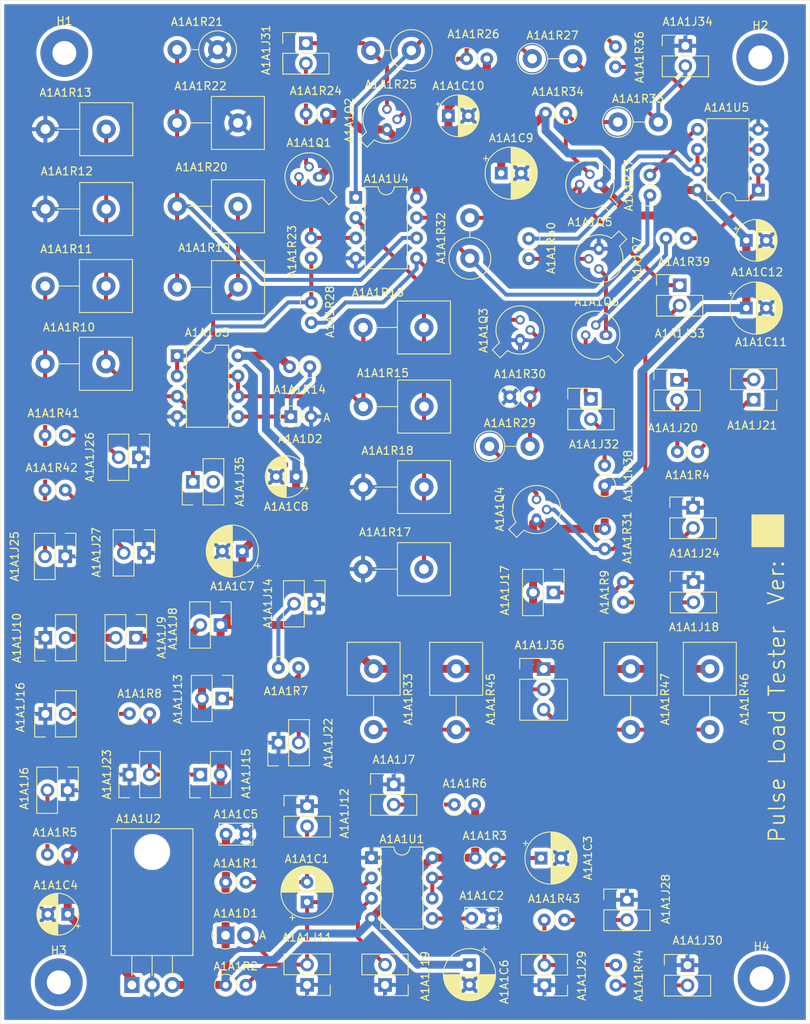
<source format=kicad_pcb>
(kicad_pcb
	(version 20240108)
	(generator "pcbnew")
	(generator_version "8.0")
	(general
		(thickness 1.6)
		(legacy_teardrops no)
	)
	(paper "A4")
	(layers
		(0 "F.Cu" signal)
		(31 "B.Cu" signal)
		(32 "B.Adhes" user "B.Adhesive")
		(33 "F.Adhes" user "F.Adhesive")
		(34 "B.Paste" user)
		(35 "F.Paste" user)
		(36 "B.SilkS" user "B.Silkscreen")
		(37 "F.SilkS" user "F.Silkscreen")
		(38 "B.Mask" user)
		(39 "F.Mask" user)
		(40 "Dwgs.User" user "User.Drawings")
		(41 "Cmts.User" user "User.Comments")
		(42 "Eco1.User" user "User.Eco1")
		(43 "Eco2.User" user "User.Eco2")
		(44 "Edge.Cuts" user)
		(45 "Margin" user)
		(46 "B.CrtYd" user "B.Courtyard")
		(47 "F.CrtYd" user "F.Courtyard")
		(48 "B.Fab" user)
		(49 "F.Fab" user)
		(50 "User.1" user)
		(51 "User.2" user)
		(52 "User.3" user)
		(53 "User.4" user)
		(54 "User.5" user)
		(55 "User.6" user)
		(56 "User.7" user)
		(57 "User.8" user)
		(58 "User.9" user)
	)
	(setup
		(pad_to_mask_clearance 0)
		(allow_soldermask_bridges_in_footprints no)
		(aux_axis_origin 42.672 157.988)
		(pcbplotparams
			(layerselection 0x00010fc_ffffffff)
			(plot_on_all_layers_selection 0x00010fc_80000000)
			(disableapertmacros no)
			(usegerberextensions no)
			(usegerberattributes yes)
			(usegerberadvancedattributes yes)
			(creategerberjobfile yes)
			(dashed_line_dash_ratio 12.000000)
			(dashed_line_gap_ratio 3.000000)
			(svgprecision 4)
			(plotframeref no)
			(viasonmask no)
			(mode 1)
			(useauxorigin no)
			(hpglpennumber 1)
			(hpglpenspeed 20)
			(hpglpendiameter 15.000000)
			(pdf_front_fp_property_popups yes)
			(pdf_back_fp_property_popups yes)
			(dxfpolygonmode yes)
			(dxfimperialunits yes)
			(dxfusepcbnewfont yes)
			(psnegative no)
			(psa4output no)
			(plotreference yes)
			(plotvalue yes)
			(plotfptext yes)
			(plotinvisibletext no)
			(sketchpadsonfab no)
			(subtractmaskfromsilk no)
			(outputformat 4)
			(mirror no)
			(drillshape 0)
			(scaleselection 1)
			(outputdirectory "")
		)
	)
	(net 0 "")
	(net 1 "+28")
	(net 2 "+15V")
	(net 3 "Net-(A1A1J12-Pin_2)")
	(net 4 "Net-(A1A1D1-A)")
	(net 5 "Net-(A1A1U1-CV)")
	(net 6 "GND")
	(net 7 "Net-(A1A1U1-DIS)")
	(net 8 "Net-(A1A1J6-Pin_2)")
	(net 9 "Net-(A1A1Q1-C)")
	(net 10 "Net-(A1A1Q2-B)")
	(net 11 "Net-(A1A1J7-Pin_2)")
	(net 12 "Net-(A1A1Q3-C)")
	(net 13 "Net-(A1A1Q3-B)")
	(net 14 "Net-(A1A1Q4-C)")
	(net 15 "Net-(A1A1J8-Pin_2)")
	(net 16 "Net-(A1A1J10-Pin_2)")
	(net 17 "Net-(A1A1Q5-B)")
	(net 18 "Net-(A1A1Q6-E)")
	(net 19 "Net-(A1A1J13-Pin_1)")
	(net 20 "Net-(A1A1Q6-B)")
	(net 21 "Net-(A1A1J14-Pin_2)")
	(net 22 "Net-(A1A1Q7-B)")
	(net 23 "Net-(A1A1J15-Pin_1)")
	(net 24 "Net-(A1A1J16-Pin_2)")
	(net 25 "Net-(A1A1J17-Pin_1)")
	(net 26 "Net-(A1A1J18-Pin_2)")
	(net 27 "Net-(A1A1J19-Pin_2)")
	(net 28 "Net-(A1A1J20-Pin_2)")
	(net 29 "Net-(A1A1J20-Pin_1)")
	(net 30 "Net-(A1A1J21-Pin_1)")
	(net 31 "Net-(A1A1J25-Pin_2)")
	(net 32 "Net-(A1A1U5B-+)")
	(net 33 "Net-(A1A1U3A--)")
	(net 34 "Net-(A1A1R25-Pad1)")
	(net 35 "Net-(A1A1J26-Pin_2)")
	(net 36 "Net-(A1A1U5B--)")
	(net 37 "Net-(A1A1U5A-+)")
	(net 38 "Net-(A1A1J27-Pin_2)")
	(net 39 "25V Reference")
	(net 40 "Net-(A1A1U4B--)")
	(net 41 "Net-(A1A1U5A--)")
	(net 42 "Net-(A1A1J28-Pin_2)")
	(net 43 "Net-(A1A1J29-Pin_2)")
	(net 44 "Net-(A1A1J30-Pin_2)")
	(net 45 "Net-(A1A1J31-Pin_1)")
	(net 46 "Net-(A1A1J31-Pin_2)")
	(net 47 "Net-(A1A1D2-K)")
	(net 48 "Net-(A1A1U4A--)")
	(net 49 "Net-(A1A1J32-Pin_1)")
	(net 50 "Net-(A1A1J32-Pin_2)")
	(net 51 "Net-(A1A1J33-Pin_2)")
	(net 52 "Net-(A1A1J33-Pin_1)")
	(net 53 "Net-(A1A1J34-Pin_2)")
	(net 54 "Net-(A1A1R32-Pad1)")
	(net 55 "Net-(A1A1J35-Pin_1)")
	(net 56 "unconnected-(A1A1J35-Pin_2-Pad2)")
	(net 57 "Net-(A1A1J36-Pin_2)")
	(net 58 "Net-(A1A1J36-Pin_3)")
	(footprint "Resistor_THT:R_Axial_DIN0207_L6.3mm_D2.5mm_P2.54mm_Vertical" (layer "F.Cu") (at 139.9016 28.1687))
	(footprint "Connector_2pin 2.54mm HWS4548:PinHeader_1x02_P2.54mm_Vertical" (layer "F.Cu") (at 87.118 110.2619 90))
	(footprint "Connector_2pin 2.54mm HWS4548:PinHeader_1x02_P2.54mm_Vertical" (layer "F.Cu") (at 166.278052 68.400075))
	(footprint "Package_TO_SOT_THT:TO-18-3" (layer "F.Cu") (at 156.4792 51.9776 -90))
	(footprint "Connector_2pin 2.54mm HWS4548:PinHeader_1x02_P2.54mm_Vertical" (layer "F.Cu") (at 109.2859 108.3355 -90))
	(footprint "MountingHole:MountingHole_3mm_Pad" (layer "F.Cu") (at 176.87 143.4))
	(footprint "Connector_2pin 2.54mm HWS4548:PinHeader_1x03_P2.54mm_Vertical" (layer "F.Cu") (at 149.5624 104.6487))
	(footprint "Resistor_THT:R_Axial_Power_L20.0mm_W6.4mm_P7.62mm_Vertical" (layer "F.Cu") (at 111.2679 56.7867 180))
	(footprint "Connector_2pin 2.54mm HWS4548:PinHeader_1x02_P2.54mm_Vertical" (layer "F.Cu") (at 109.0718 99.123 -90))
	(footprint "Resistor_THT:R_Axial_DIN0516_L15.5mm_D5.0mm_P5.08mm_Vertical" (layer "F.Cu") (at 132.9789 27.1414 180))
	(footprint "Resistor_THT:R_Axial_DIN0207_L6.3mm_D2.5mm_P2.54mm_Vertical" (layer "F.Cu") (at 116.3214 104.4573))
	(footprint "Resistor_THT:R_Axial_DIN0207_L6.3mm_D2.5mm_P2.54mm_Vertical" (layer "F.Cu") (at 152.3358 34.9822 180))
	(footprint "Resistor_THT:R_Axial_DIN0207_L6.3mm_D2.5mm_P2.54mm_Vertical" (layer "F.Cu") (at 168.849452 77.415975 180))
	(footprint "MountingHole:MountingHole_3mm_Pad" (layer "F.Cu") (at 89.5 27.45))
	(footprint "Capacitor_THT:CP_Radial_D6.3mm_P2.50mm" (layer "F.Cu") (at 174.9554 59.4112))
	(footprint "Resistor_THT:R_Axial_Power_L20.0mm_W6.4mm_P7.62mm_Vertical" (layer "F.Cu") (at 160.4534 104.6166 -90))
	(footprint "Capacitor_THT:CP_Radial_D6.3mm_P2.50mm" (layer "F.Cu") (at 140.2668 141.6877 -90))
	(footprint "Resistor_THT:R_Axial_Power_L20.0mm_W6.4mm_P7.62mm_Vertical" (layer "F.Cu") (at 94.747 36.9994 180))
	(footprint "Resistor_THT:R_Axial_Power_L20.0mm_W6.4mm_P7.62mm_Vertical" (layer "F.Cu") (at 111.2471 36.2131 180))
	(footprint "Resistor_THT:R_Axial_Power_L20.0mm_W6.4mm_P7.62mm_Vertical" (layer "F.Cu") (at 134.5626 61.8453 180))
	(footprint "Connector_2pin 2.54mm HWS4548:PinHeader_1x02_P2.54mm_Vertical" (layer "F.Cu") (at 119.77 26.22))
	(footprint "Resistor_THT:R_Axial_DIN0207_L6.3mm_D2.5mm_P2.54mm_Vertical"
		(layer "F.Cu")
		(uuid "2a687d12-e468-42b4-a112-1e9c3c13dea5")
		(at 159.5557 96.2887 90)
		(descr "Resistor, Axial_DIN0207 series, Axial, Vertical, pin pitch=2.54mm, 0.25W = 1/4W, length*diameter=6.3*2.5mm^2, http://cdn-reichelt.de/documents/datenblatt/B400/1_4W%23YAG.pdf")
		(tags "Resistor Axial_DIN0207 series Axial Vertical pin pitch 2.54mm 0.25W = 1/4W length 6.3mm diameter 2.5mm")
		(property "Reference" "A1A1R9"
			(at 1.27 -2.37 90)
			(layer "F.SilkS")
			(uuid "75413565-62b6-48c3-8cfe-098636bf3316")
			(effects
				(font
					(size 1 1)
					(thickness 0.15)
				)
			)
		)
		(property "Value" "1.74k"
			(at 1.27 2.37 90)
			(layer "F.Fab")
			(uuid "39fc17ea-5ff8-47b2-a701-fcc4cb1e0a9a")
			(effects
				(font
					(size 1 1)
					(thickness 0.15)
				)
			)
		)
		(property "Footprint" "Resistor_THT:R_Axial_DIN0207_L6.3mm_D2.5mm_P2.54mm_Vertical"
			(at 0 0 90)
			(unlocked yes)
			(layer "F.Fab")
			(hide yes)
			(uuid "f23b97cf-8a96-47c4-8c51-dbd8ded81754")
			(effects
				(font
					(size 1.27 1.27)
					(thickness 0.15)
				)
			)
		)
		(property "Datasheet" ""
			(at 0 0 90)
			(unlocked yes)
			(layer "F.Fab")
			(hide yes)
			(uuid "9bdb4d9e-51bd-4015-a9eb-69b591c05501")
			(effects
				(font
					(size 1.27 1.27)
					(thickness 0.15)
				)
			)
		)
		(property "Description" "Resistor, US symbol"
			(at 0 0 90)
			(unlocked yes)
			(layer "F.Fab")
			(hide yes)
			(uuid "0f586e66-6a9b-4715-9cfb-f4038e7eecab")
			(effects
				(font
					(size 1.27 1.27)
					(thickness 0.15)
				)
			)
		)
		(property "Part Number / NSN" "CMF551K7400FHEB"
			(at 0 0 90)
			(unlocked yes)
			(layer "F.Fab")
			(hide yes)
			(uuid "68899c5a-4f51-4127-a662-9d486352e4a8")
			(effects
				(font
					(size 1 1)
					(thickness 0.15)
				)
			)
		)
		(property "Power" "0.5W"
			(at 0 0 90)
			(unlocked yes)
			(layer "F.Fab")
			(hide yes)
			(uuid "fedf6531-b883-415d-8545-f9a5d6430c34")
			(effects
				(font
					(size 1 1)
					(thickness 0.15)
				)
			)
		)
		(property "Alternate Part Number / NSN" ""
			(at 0 0 90)
			(unlocked yes)
			(layer "F.Fab")
			(hide yes)
			(uuid "a0daf947-4446-44f4-88fb-d8471c7e0071")
			(effects
				(font
					(size 1 1)
					(thickness 0.15)
				)
			)
		)
		(property "Nomenclature" "Resistor 1.74k Ohm 1/2W"
			(at 0 0 90)
			(unlocked yes)
			(layer "F.Fab")
			(hide yes)
			(uuid "ff6af4fd-a0a8-4282-94f5-a0bc635ec0e8")
			(effects
				(font
					(size 1 1)
					(thickness 0.15)
				)
			)
		)
		(property "Source" "Digikey / Mouser"
			(at 0 0 90)
			(unlocked yes)
			(layer "F.Fab")
			(hide yes)
			(uuid "14544ccd-caa7-44f9-aaf9-32f68a2a765e")
			(effects
				(font
					(size 1 1)
					(thickness 0.15)
				)
			)
		)
		(property "Manufacturer" "Vishay Dale"
			(at 0 0 90)
			(unlocked yes)
			(layer "F.Fab")
			(hide yes)
			(uuid "372a78db-e522-4278-887b-cedc7ae5ee4f")
			(effects
				(font
					(size 1 1)
					(thickness 0.15)
				)
			)
		)
		(property "Price (EA)" "0.73"
			(at 0 0 90)
			(unlocked yes)
			(layer "F.Fab")
			(hide yes)
			(uuid "7e71cad9-87d3-4d6a-bfbe-4effd6474a41")
			(effects
				(font
					(size 1 1)
					(thickness 0.15)
				)
			)
		)
		(property "Ic" ""
			(at 0 0 90)
			(unlocked yes)
			(layer "F.Fab")
			(hide yes)
			(uuid "b0847a22-665b-4804-864d-b05c94a756e8")
			(effects
				(font
					(size 1 1)
					(thickness 0.15)
				)
			)
		)
		(property "Sim.Type" ""
			(at 0 0 90)
			(unlocked yes)
			(layer "F.Fab")
			(hide yes)
			(uuid "69c89e4c-a78b-4e68-acae-7eeef2a4d5f0")
			(effects
				(font
					(size 1 1)
					(thickness 0.15)
				)
			)
		)
		(property ki_fp_filters "R_*")
		(path "/b31bcbfc-1048-44b4-a8ee-40f2751d49c1/04c15405-9294-4192-927f-44a19a5b184b")
		(sheetname "Pulse Load Circuit")
		(sheetfile "PulseLoadCircuit.kicad_sch")
		(attr through_hole)
		(fp_line
			(start 1.37 0)
			(end 1.44 0)
			(stroke
				(width 0.12)
				(type solid)
			)
			(layer "F.SilkS")
			(uuid "d8c1f887-b230-4cdc-9313-48b9c8c8d651")
		)
		(fp_circle
			(center 0 0)
			(end 1.37 0)
			(stroke
				(width 0.12)
				(type solid)
			)
			(fill none)
			(layer "F.SilkS")
			(uuid "3b36b325-8aae-409c-8c37-096d42159c89")
		)
		(fp_line
			(start 3.59 -1.5)
			(end -1.5 -1.5)
			(stroke
				(width 0.05)
				(type solid)
			)
			(layer "F.CrtYd")
			(uuid "05359381-8317-45fa-9279-e31e5a7a09dd")
		)
		(fp_line
			(start -1.5 -1.5)
			(end -1.5 1.5)
			(stroke
				(width 0.05)
				(type solid)
			)
			(layer "F.CrtYd")
			(uuid "989f568d-727e-4d35-bede-c9f279158843")
		)
		(fp_line
			(start 3.59 1.5)
			(end 3.59 -1.5)
			(stroke
				(width 0.05)
				(type solid)
			)
			(layer "F.CrtYd")
			(uuid "31c49d2b-b248-4992-b466-6e48892ae936")
		)
		(fp_line
			(start -1.5 1.5)
			(end 3.59 1.5)
			(stroke
				(width 0.05)
				(type solid)
			)
			(layer "F.CrtYd")
			(uuid "0ff0d2b0-bba2-427c-850f-cf3140827a20")
		)
		(fp_line
			(start 0 0)
			(end 2.54 0)
			(stroke
				(width 0.1)
				(type solid)
			)
			(layer "F.Fab")
			(uuid "d95051a2-66a5-4806-b65e-becd23afe320")
		)
		(fp_circle
			(center 0 0)
			(end 1.25 0)
			(stroke
				(width 0.1)
				(type solid)
			)
			(fill none)
			(layer "F.Fab")
			(uuid "96c8f028-01a0-4cae-9fc9-9318ead693d8")
		)
		(fp_text user "${REFERENCE}"
			(at 1.27 -2.37 90)
			(layer "F.Fab")
			(uuid "48c282a2-0db6-49ff-8620-c5a2b5dc84f1")
			(effects
				(font
					(size 1 1)
					(thickness 0.15)
				)
			)
		)
		(pad "1" thru_hole circle
			(at 0 0 90)
			(size 1.6 1.6)
			(drill 0.8)
			(layers "*.Cu" "*.Mask")
			(remove_unused_layers no)
			(net 26 "Net-(A1A1J18-Pin_2)")
			(pintype "passive")
			(uuid "4930d449-b919-4204-91d7-c7c7b15827d2")
		)
		(pad "2" thru_hole oval
			(at 2.54 0 90)
			(size 1.6 1.6)
			(drill 0.8)
			(layers "*.Cu" "*.Mask")
			(remove_unused_layers no)
			(net 25 "Net-(A1A1J17-Pin_1)")
			(pintype "passive")
			(uuid "b8f0db36-b686-4c75-a0c3-584d3919d84c")
		)
		(model "${KICAD8_3DMODEL_DIR}/Re
... [1314939 chars truncated]
</source>
